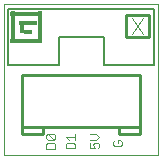
<source format=gto>
G75*
%MOIN*%
%OFA0B0*%
%FSLAX25Y25*%
%IPPOS*%
%LPD*%
%AMOC8*
5,1,8,0,0,1.08239X$1,22.5*
%
%ADD10C,0.00000*%
%ADD11C,0.00400*%
%ADD12C,0.01000*%
%ADD13C,0.00300*%
%ADD14C,0.00500*%
%ADD15C,0.00600*%
%ADD16R,0.01500X0.10500*%
%ADD17R,0.10500X0.01500*%
%ADD18R,0.06000X0.01500*%
%ADD19R,0.01500X0.03000*%
%ADD20R,0.03000X0.01500*%
D10*
X0005000Y0010000D02*
X0005000Y0060361D01*
X0056501Y0060361D01*
X0056470Y0009970D01*
X0005000Y0010000D01*
D11*
X0047800Y0050500D02*
X0051270Y0055704D01*
X0047800Y0055704D02*
X0051270Y0050500D01*
D12*
X0053300Y0049300D02*
X0053300Y0056800D01*
X0045800Y0056800D01*
X0045800Y0049300D01*
X0053300Y0049300D01*
X0050485Y0036661D02*
X0011115Y0036661D01*
X0011115Y0019339D01*
X0011115Y0016976D01*
X0018202Y0016976D01*
X0018202Y0019339D01*
X0043398Y0019339D01*
X0043398Y0016976D01*
X0050485Y0016976D01*
X0050485Y0019339D01*
X0050485Y0036661D01*
X0050485Y0033906D02*
X0050485Y0022094D01*
X0050485Y0019339D02*
X0043398Y0019339D01*
X0018202Y0019339D02*
X0011115Y0019339D01*
D13*
X0019148Y0016548D02*
X0019148Y0015580D01*
X0019631Y0015097D01*
X0021566Y0015097D01*
X0019631Y0017031D01*
X0021566Y0017031D01*
X0022050Y0016548D01*
X0022050Y0015580D01*
X0021566Y0015097D01*
X0021566Y0014085D02*
X0019631Y0014085D01*
X0019148Y0013601D01*
X0019148Y0012150D01*
X0022050Y0012150D01*
X0022050Y0013601D01*
X0021566Y0014085D01*
X0019148Y0016548D02*
X0019631Y0017031D01*
X0025648Y0016164D02*
X0028550Y0016164D01*
X0028550Y0015197D02*
X0028550Y0017131D01*
X0026615Y0015197D02*
X0025648Y0016164D01*
X0026131Y0014185D02*
X0025648Y0013701D01*
X0025648Y0012250D01*
X0028550Y0012250D01*
X0028550Y0013701D01*
X0028066Y0014185D01*
X0026131Y0014185D01*
X0033848Y0014185D02*
X0033848Y0012250D01*
X0035299Y0012250D01*
X0034815Y0013217D01*
X0034815Y0013701D01*
X0035299Y0014185D01*
X0036266Y0014185D01*
X0036750Y0013701D01*
X0036750Y0012734D01*
X0036266Y0012250D01*
X0035783Y0015197D02*
X0033848Y0015197D01*
X0033848Y0017131D02*
X0035783Y0017131D01*
X0036750Y0016164D01*
X0035783Y0015197D01*
X0041448Y0014401D02*
X0041448Y0013434D01*
X0041931Y0012950D01*
X0043866Y0012950D01*
X0044350Y0013434D01*
X0044350Y0014401D01*
X0043866Y0014885D01*
X0042899Y0014885D01*
X0042899Y0013917D01*
X0041931Y0014885D02*
X0041448Y0014401D01*
D14*
X0011115Y0024063D02*
X0011115Y0031937D01*
D15*
X0006391Y0039957D02*
X0023320Y0039957D01*
X0023320Y0049313D01*
X0038280Y0049313D01*
X0038280Y0039957D01*
X0055209Y0039957D01*
X0055209Y0058643D01*
X0006391Y0058643D01*
X0006391Y0039957D01*
D16*
X0007950Y0052650D03*
X0016950Y0052650D03*
D17*
X0012450Y0048150D03*
X0012450Y0057150D03*
D18*
X0013200Y0054150D03*
D19*
X0010950Y0051900D03*
D20*
X0013200Y0051150D03*
M02*

</source>
